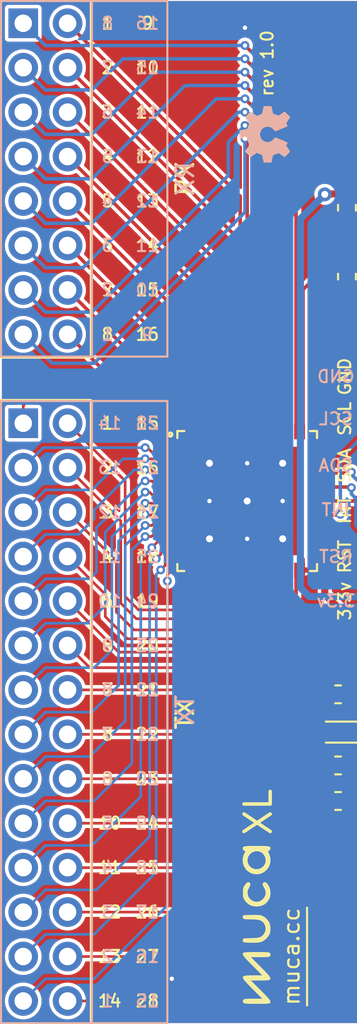
<source format=kicad_pcb>
(kicad_pcb (version 20171130) (host pcbnew "(5.1.5)-3")
  (layers (0 F.Cu signal hide) (31 B.Cu signal hide) (34 B.Paste user hide) (35 F.Paste user hide) (36 B.SilkS user) (37 F.SilkS user) (38 B.Mask user hide) (39 F.Mask user hide) (44 Edge.Cuts user hide))
  (net 0 "")
  (net 1 GND)
  (net 2 "Net-(C1-Pad1)")
  (net 3 "Net-(C2-Pad1)")
  (net 4 "Net-(C3-Pad2)")
  (net 5 3.3)
  (net 6 SCL)
  (net 7 SDA)
  (net 8 INT)
  (net 9 RST)
  (net 10 TX27)
  (net 11 TX28)
  (net 12 VDAA)
  (net 13 TX1)
  (net 14 TX15)
  (net 15 TX2)
  (net 16 TX16)
  (net 17 TX3)
  (net 18 TX17)
  (net 19 TX4)
  (net 20 TX18)
  (net 21 TX5)
  (net 22 TX19)
  (net 23 TX6)
  (net 24 TX20)
  (net 25 TX7)
  (net 26 TX21)
  (net 27 TX8)
  (net 28 TX22)
  (net 29 TX9)
  (net 30 TX23)
  (net 31 TX10)
  (net 32 TX24)
  (net 33 TX11)
  (net 34 TX25)
  (net 35 TX12)
  (net 36 TX26)
  (net 37 TX13)
  (net 38 TX14)
  (net 39 RX16)
  (net 40 RX8)
  (net 41 RX15)
  (net 42 RX7)
  (net 43 RX14)
  (net 44 RX6)
  (net 45 RX13)
  (net 46 RX5)
  (net 47 RX12)
  (net 48 RX4)
  (net 49 RX11)
  (net 50 RX3)
  (net 51 RX10)
  (net 52 RX2)
  (net 53 RX9)
  (net 54 RX1)
  (module graphics:openhardware (layer B.Cu) (at 115.316 108.458 270)
    (fp_text reference "" hide)
    (fp_text value "" hide)
  )
  (module graphics:openhardware (layer F.Cu) (at 115.316 108.458 90)
    (fp_text reference "" hide)
    (fp_text value "" hide)
  )
  (module graphics:muca_logo_small (layer F.Cu) (at 114.808 153.67 90)
    (fp_text reference " " hide)
    (fp_text value " " hide)
  )
  (module Connector_PinHeader_2.54mm:PinHeader_1x06_P2.54mm_Vertical (layer F.Cu) (at 121.793 122.301)
    (fp_text reference " " (at 0 -2.33) (layer F.SilkS))
    (fp_text value Conn_01x06)
    (pad 6 thru_hole oval (at 0 12.7) (size 1.7 1.7) (drill 1) (layers *.Cu *.Mask) (net 5 3.3))
    (pad 5 thru_hole oval (at 0 10.16) (size 1.7 1.7) (drill 1) (layers *.Cu *.Mask) (net 9 RST))
    (pad 4 thru_hole oval (at 0 7.62) (size 1.7 1.7) (drill 1) (layers *.Cu *.Mask) (net 8 INT))
    (pad 3 thru_hole oval (at 0 5.08) (size 1.7 1.7) (drill 1) (layers *.Cu *.Mask) (net 7 SDA))
    (pad 2 thru_hole oval (at 0 2.54) (size 1.7 1.7) (drill 1) (layers *.Cu *.Mask) (net 6 SCL))
    (pad 1 thru_hole rect (at 0 0) (size 1.7 1.7) (drill 1) (layers *.Cu *.Mask) (net 1 GND))
  )
  (module FocalTech:QFN40P800X800X90-69N (layer F.Cu) (at 114.3 129.413)
    (fp_text reference " " (at -0.827265 -5.349585) (layer F.SilkS) (effects (font (size 1.002732 1.002732) (thickness 0.015))))
    (fp_text value FT5406EE8)
    (pad 69 smd rect (at 0 0) (size 6.2 6.2) (layers F.Cu F.Mask) (net 1 GND))
    (pad 68 smd rect (at -3.2 -3.945) (size 0.22 0.84) (layers F.Cu F.Paste F.Mask) (net 39 RX16))
    (pad 67 smd rect (at -2.8 -3.945) (size 0.22 0.84) (layers F.Cu F.Paste F.Mask) (net 41 RX15))
    (pad 66 smd rect (at -2.4 -3.945) (size 0.22 0.84) (layers F.Cu F.Paste F.Mask) (net 43 RX14))
    (pad 65 smd rect (at -2 -3.945) (size 0.22 0.84) (layers F.Cu F.Paste F.Mask) (net 45 RX13))
    (pad 64 smd rect (at -1.6 -3.945) (size 0.22 0.84) (layers F.Cu F.Paste F.Mask) (net 47 RX12))
    (pad 63 smd rect (at -1.2 -3.945) (size 0.22 0.84) (layers F.Cu F.Paste F.Mask) (net 49 RX11))
    (pad 62 smd rect (at -0.8 -3.945) (size 0.22 0.84) (layers F.Cu F.Paste F.Mask) (net 51 RX10))
    (pad 61 smd rect (at -0.4 -3.945) (size 0.22 0.84) (layers F.Cu F.Paste F.Mask) (net 53 RX9))
    (pad 60 smd rect (at 0 -3.945) (size 0.22 0.84) (layers F.Cu F.Paste F.Mask) (net 40 RX8))
    (pad 59 smd rect (at 0.4 -3.945) (size 0.22 0.84) (layers F.Cu F.Paste F.Mask) (net 42 RX7))
    (pad 58 smd rect (at 0.8 -3.945) (size 0.22 0.84) (layers F.Cu F.Paste F.Mask) (net 44 RX6))
    (pad 57 smd rect (at 1.2 -3.945) (size 0.22 0.84) (layers F.Cu F.Paste F.Mask) (net 46 RX5))
    (pad 56 smd rect (at 1.6 -3.945) (size 0.22 0.84) (layers F.Cu F.Paste F.Mask) (net 48 RX4))
    (pad 55 smd rect (at 2 -3.945) (size 0.22 0.84) (layers F.Cu F.Paste F.Mask) (net 50 RX3))
    (pad 54 smd rect (at 2.4 -3.945) (size 0.22 0.84) (layers F.Cu F.Paste F.Mask) (net 52 RX2))
    (pad 53 smd rect (at 2.8 -3.945) (size 0.22 0.84) (layers F.Cu F.Paste F.Mask) (net 54 RX1))
    (pad 52 smd rect (at 3.2 -3.945) (size 0.22 0.84) (layers F.Cu F.Paste F.Mask) (net 12 VDAA))
    (pad 51 smd rect (at 3.945 -3.2) (size 0.84 0.22) (layers F.Cu F.Paste F.Mask))
    (pad 50 smd rect (at 3.945 -2.8) (size 0.84 0.22) (layers F.Cu F.Paste F.Mask))
    (pad 49 smd rect (at 3.945 -2.4) (size 0.84 0.22) (layers F.Cu F.Paste F.Mask))
    (pad 48 smd rect (at 3.945 -2) (size 0.84 0.22) (layers F.Cu F.Paste F.Mask))
    (pad 47 smd rect (at 3.945 -1.6) (size 0.84 0.22) (layers F.Cu F.Paste F.Mask) (net 8 INT))
    (pad 46 smd rect (at 3.945 -1.2) (size 0.84 0.22) (layers F.Cu F.Paste F.Mask))
    (pad 45 smd rect (at 3.945 -0.8) (size 0.84 0.22) (layers F.Cu F.Paste F.Mask) (net 9 RST))
    (pad 44 smd rect (at 3.945 -0.4) (size 0.84 0.22) (layers F.Cu F.Paste F.Mask))
    (pad 43 smd rect (at 3.945 0) (size 0.84 0.22) (layers F.Cu F.Paste F.Mask) (net 7 SDA))
    (pad 42 smd rect (at 3.945 0.4) (size 0.84 0.22) (layers F.Cu F.Paste F.Mask))
    (pad 41 smd rect (at 3.945 0.8) (size 0.84 0.22) (layers F.Cu F.Paste F.Mask) (net 6 SCL))
    (pad 40 smd rect (at 3.945 1.2) (size 0.84 0.22) (layers F.Cu F.Paste F.Mask))
    (pad 39 smd rect (at 3.945 1.6) (size 0.84 0.22) (layers F.Cu F.Paste F.Mask))
    (pad 38 smd rect (at 3.945 2) (size 0.84 0.22) (layers F.Cu F.Paste F.Mask))
    (pad 37 smd rect (at 3.945 2.4) (size 0.84 0.22) (layers F.Cu F.Paste F.Mask))
    (pad 36 smd rect (at 3.945 2.8) (size 0.84 0.22) (layers F.Cu F.Paste F.Mask))
    (pad 35 smd rect (at 3.945 3.2) (size 0.84 0.22) (layers F.Cu F.Paste F.Mask) (net 4 "Net-(C3-Pad2)"))
    (pad 34 smd rect (at 3.2 3.945) (size 0.22 0.84) (layers F.Cu F.Paste F.Mask) (net 1 GND))
    (pad 33 smd rect (at 2.8 3.945) (size 0.22 0.84) (layers F.Cu F.Paste F.Mask) (net 3 "Net-(C2-Pad1)"))
    (pad 32 smd rect (at 2.4 3.945) (size 0.22 0.84) (layers F.Cu F.Paste F.Mask) (net 2 "Net-(C1-Pad1)"))
    (pad 31 smd rect (at 2 3.945) (size 0.22 0.84) (layers F.Cu F.Paste F.Mask) (net 13 TX1))
    (pad 30 smd rect (at 1.6 3.945) (size 0.22 0.84) (layers F.Cu F.Paste F.Mask) (net 15 TX2))
    (pad 29 smd rect (at 1.2 3.945) (size 0.22 0.84) (layers F.Cu F.Paste F.Mask) (net 17 TX3))
    (pad 28 smd rect (at 0.8 3.945) (size 0.22 0.84) (layers F.Cu F.Paste F.Mask) (net 19 TX4))
    (pad 27 smd rect (at 0.4 3.945) (size 0.22 0.84) (layers F.Cu F.Paste F.Mask) (net 21 TX5))
    (pad 26 smd rect (at 0 3.945) (size 0.22 0.84) (layers F.Cu F.Paste F.Mask) (net 23 TX6))
    (pad 25 smd rect (at -0.4 3.945) (size 0.22 0.84) (layers F.Cu F.Paste F.Mask) (net 25 TX7))
    (pad 24 smd rect (at -0.8 3.945) (size 0.22 0.84) (layers F.Cu F.Paste F.Mask) (net 27 TX8))
    (pad 23 smd rect (at -1.2 3.945) (size 0.22 0.84) (layers F.Cu F.Paste F.Mask) (net 29 TX9))
    (pad 22 smd rect (at -1.6 3.945) (size 0.22 0.84) (layers F.Cu F.Paste F.Mask) (net 31 TX10))
    (pad 21 smd rect (at -2 3.945) (size 0.22 0.84) (layers F.Cu F.Paste F.Mask) (net 33 TX11))
    (pad 20 smd rect (at -2.4 3.945) (size 0.22 0.84) (layers F.Cu F.Paste F.Mask) (net 35 TX12))
    (pad 19 smd rect (at -2.8 3.945) (size 0.22 0.84) (layers F.Cu F.Paste F.Mask) (net 37 TX13))
    (pad 18 smd rect (at -3.2 3.945) (size 0.22 0.84) (layers F.Cu F.Paste F.Mask) (net 38 TX14))
    (pad 17 smd rect (at -3.945 3.2) (size 0.84 0.22) (layers F.Cu F.Paste F.Mask) (net 14 TX15))
    (pad 16 smd rect (at -3.945 2.8) (size 0.84 0.22) (layers F.Cu F.Paste F.Mask) (net 16 TX16))
    (pad 15 smd rect (at -3.945 2.4) (size 0.84 0.22) (layers F.Cu F.Paste F.Mask) (net 18 TX17))
    (pad 14 smd rect (at -3.945 2) (size 0.84 0.22) (layers F.Cu F.Paste F.Mask) (net 20 TX18))
    (pad 13 smd rect (at -3.945 1.6) (size 0.84 0.22) (layers F.Cu F.Paste F.Mask) (net 22 TX19))
    (pad 12 smd rect (at -3.945 1.2) (size 0.84 0.22) (layers F.Cu F.Paste F.Mask) (net 24 TX20))
    (pad 11 smd rect (at -3.945 0.8) (size 0.84 0.22) (layers F.Cu F.Paste F.Mask) (net 26 TX21))
    (pad 10 smd rect (at -3.945 0.4) (size 0.84 0.22) (layers F.Cu F.Paste F.Mask) (net 28 TX22))
    (pad 9 smd rect (at -3.945 0) (size 0.84 0.22) (layers F.Cu F.Paste F.Mask) (net 30 TX23))
    (pad 8 smd rect (at -3.945 -0.4) (size 0.84 0.22) (layers F.Cu F.Paste F.Mask) (net 32 TX24))
    (pad 7 smd rect (at -3.945 -0.8) (size 0.84 0.22) (layers F.Cu F.Paste F.Mask) (net 34 TX25))
    (pad 6 smd rect (at -3.945 -1.2) (size 0.84 0.22) (layers F.Cu F.Paste F.Mask) (net 36 TX26))
    (pad 5 smd rect (at -3.945 -1.6) (size 0.84 0.22) (layers F.Cu F.Paste F.Mask) (net 10 TX27))
    (pad 4 smd rect (at -3.945 -2) (size 0.84 0.22) (layers F.Cu F.Paste F.Mask) (net 11 TX28))
    (pad 3 smd rect (at -3.945 -2.4) (size 0.84 0.22) (layers F.Cu F.Paste F.Mask))
    (pad 2 smd rect (at -3.945 -2.8) (size 0.84 0.22) (layers F.Cu F.Paste F.Mask))
    (pad 1 smd rect (at -3.945 -3.2) (size 0.84 0.22) (layers F.Cu F.Paste F.Mask) (net 1 GND))
  )
  (module Connector_PinSocket_2.54mm:PinSocket_2x14_P2.54mm_Vertical (layer F.Cu) (at 105.283 124.968)
    (fp_text reference " " hide)
    (fp_text value Conn_02x14_Odd_Even)
    (pad 28 thru_hole oval (at -1.27 33.02) (size 1.7 1.7) (drill 1) (layers *.Cu *.Mask) (net 13 TX1))
    (pad 27 thru_hole oval (at -3.81 33.02) (size 1.7 1.7) (drill 1) (layers *.Cu *.Mask) (net 14 TX15))
    (pad 26 thru_hole oval (at -1.27 30.48) (size 1.7 1.7) (drill 1) (layers *.Cu *.Mask) (net 15 TX2))
    (pad 25 thru_hole oval (at -3.81 30.48) (size 1.7 1.7) (drill 1) (layers *.Cu *.Mask) (net 16 TX16))
    (pad 24 thru_hole oval (at -1.27 27.94) (size 1.7 1.7) (drill 1) (layers *.Cu *.Mask) (net 17 TX3))
    (pad 23 thru_hole oval (at -3.81 27.94) (size 1.7 1.7) (drill 1) (layers *.Cu *.Mask) (net 18 TX17))
    (pad 22 thru_hole oval (at -1.27 25.4) (size 1.7 1.7) (drill 1) (layers *.Cu *.Mask) (net 19 TX4))
    (pad 21 thru_hole oval (at -3.81 25.4) (size 1.7 1.7) (drill 1) (layers *.Cu *.Mask) (net 20 TX18))
    (pad 20 thru_hole oval (at -1.27 22.86) (size 1.7 1.7) (drill 1) (layers *.Cu *.Mask) (net 21 TX5))
    (pad 19 thru_hole oval (at -3.81 22.86) (size 1.7 1.7) (drill 1) (layers *.Cu *.Mask) (net 22 TX19))
    (pad 18 thru_hole oval (at -1.27 20.32) (size 1.7 1.7) (drill 1) (layers *.Cu *.Mask) (net 23 TX6))
    (pad 17 thru_hole oval (at -3.81 20.32) (size 1.7 1.7) (drill 1) (layers *.Cu *.Mask) (net 24 TX20))
    (pad 16 thru_hole oval (at -1.27 17.78) (size 1.7 1.7) (drill 1) (layers *.Cu *.Mask) (net 25 TX7))
    (pad 15 thru_hole oval (at -3.81 17.78) (size 1.7 1.7) (drill 1) (layers *.Cu *.Mask) (net 26 TX21))
    (pad 14 thru_hole oval (at -1.27 15.24) (size 1.7 1.7) (drill 1) (layers *.Cu *.Mask) (net 27 TX8))
    (pad 13 thru_hole oval (at -3.81 15.24) (size 1.7 1.7) (drill 1) (layers *.Cu *.Mask) (net 28 TX22))
    (pad 12 thru_hole oval (at -1.27 12.7) (size 1.7 1.7) (drill 1) (layers *.Cu *.Mask) (net 29 TX9))
    (pad 11 thru_hole oval (at -3.81 12.7) (size 1.7 1.7) (drill 1) (layers *.Cu *.Mask) (net 30 TX23))
    (pad 10 thru_hole oval (at -1.27 10.16) (size 1.7 1.7) (drill 1) (layers *.Cu *.Mask) (net 31 TX10))
    (pad 9 thru_hole oval (at -3.81 10.16) (size 1.7 1.7) (drill 1) (layers *.Cu *.Mask) (net 32 TX24))
    (pad 8 thru_hole oval (at -1.27 7.62) (size 1.7 1.7) (drill 1) (layers *.Cu *.Mask) (net 33 TX11))
    (pad 7 thru_hole oval (at -3.81 7.62) (size 1.7 1.7) (drill 1) (layers *.Cu *.Mask) (net 34 TX25))
    (pad 6 thru_hole oval (at -1.27 5.08) (size 1.7 1.7) (drill 1) (layers *.Cu *.Mask) (net 35 TX12))
    (pad 5 thru_hole oval (at -3.81 5.08) (size 1.7 1.7) (drill 1) (layers *.Cu *.Mask) (net 36 TX26))
    (pad 4 thru_hole oval (at -1.27 2.54) (size 1.7 1.7) (drill 1) (layers *.Cu *.Mask) (net 37 TX13))
    (pad 3 thru_hole oval (at -3.81 2.54) (size 1.7 1.7) (drill 1) (layers *.Cu *.Mask) (net 10 TX27))
    (pad 2 thru_hole oval (at -1.27 0) (size 1.7 1.7) (drill 1) (layers *.Cu *.Mask) (net 38 TX14))
    (pad 1 thru_hole rect (at -3.81 0) (size 1.7 1.7) (drill 1) (layers *.Cu *.Mask) (net 11 TX28))
  )
  (module Connector_PinSocket_2.54mm:PinSocket_2x08_P2.54mm_Vertical (layer F.Cu) (at 102.743 102.108)
    (fp_text reference " " (at 0 -2.77) (layer F.SilkS))
    (fp_text value Conn_02x08_Odd_Even)
    (pad 16 thru_hole oval (at 1.27 17.78) (size 1.7 1.7) (drill 1) (layers *.Cu *.Mask) (net 39 RX16))
    (pad 15 thru_hole oval (at -1.27 17.78) (size 1.7 1.7) (drill 1) (layers *.Cu *.Mask) (net 40 RX8))
    (pad 14 thru_hole oval (at 1.27 15.24) (size 1.7 1.7) (drill 1) (layers *.Cu *.Mask) (net 41 RX15))
    (pad 13 thru_hole oval (at -1.27 15.24) (size 1.7 1.7) (drill 1) (layers *.Cu *.Mask) (net 42 RX7))
    (pad 12 thru_hole oval (at 1.27 12.7) (size 1.7 1.7) (drill 1) (layers *.Cu *.Mask) (net 43 RX14))
    (pad 11 thru_hole oval (at -1.27 12.7) (size 1.7 1.7) (drill 1) (layers *.Cu *.Mask) (net 44 RX6))
    (pad 10 thru_hole oval (at 1.27 10.16) (size 1.7 1.7) (drill 1) (layers *.Cu *.Mask) (net 45 RX13))
    (pad 9 thru_hole oval (at -1.27 10.16) (size 1.7 1.7) (drill 1) (layers *.Cu *.Mask) (net 46 RX5))
    (pad 8 thru_hole oval (at 1.27 7.62) (size 1.7 1.7) (drill 1) (layers *.Cu *.Mask) (net 47 RX12))
    (pad 7 thru_hole oval (at -1.27 7.62) (size 1.7 1.7) (drill 1) (layers *.Cu *.Mask) (net 48 RX4))
    (pad 6 thru_hole oval (at 1.27 5.08) (size 1.7 1.7) (drill 1) (layers *.Cu *.Mask) (net 49 RX11))
    (pad 5 thru_hole oval (at -1.27 5.08) (size 1.7 1.7) (drill 1) (layers *.Cu *.Mask) (net 50 RX3))
    (pad 4 thru_hole oval (at 1.27 2.54) (size 1.7 1.7) (drill 1) (layers *.Cu *.Mask) (net 51 RX10))
    (pad 3 thru_hole oval (at -1.27 2.54) (size 1.7 1.7) (drill 1) (layers *.Cu *.Mask) (net 52 RX2))
    (pad 2 thru_hole oval (at 1.27 0) (size 1.7 1.7) (drill 1) (layers *.Cu *.Mask) (net 53 RX9))
    (pad 1 thru_hole rect (at -1.27 0) (size 1.7 1.7) (drill 1) (layers *.Cu *.Mask) (net 54 RX1))
  )
  (module Capacitor_SMD:C_0603_1608Metric (layer F.Cu) (at 119.507 146.558)
    (fp_text reference C1 (at 2.032 0 90) (layer F.SilkS) (effects (font (size 0.7 0.7) (thickness 0.12))))
    (fp_text value C)
    (pad 1 smd roundrect (at -0.7875 0) (size 0.875 0.95) (layers F.Cu F.Paste F.Mask) (net 2 "Net-(C1-Pad1)"))
    (pad 2 smd roundrect (at 0.7875 0) (size 0.875 0.95) (layers F.Cu F.Paste F.Mask) (net 1 GND))
  )
  (module Capacitor_SMD:C_0603_1608Metric (layer F.Cu) (at 119.507 144.526)
    (fp_text reference C2 (at 2.032 0 90) (layer F.SilkS) (effects (font (size 0.7 0.7) (thickness 0.12))))
    (fp_text value C)
    (pad 2 smd roundrect (at 0.7875 0) (size 0.875 0.95) (layers F.Cu F.Paste F.Mask) (net 1 GND))
    (pad 1 smd roundrect (at -0.7875 0) (size 0.875 0.95) (layers F.Cu F.Paste F.Mask) (net 3 "Net-(C2-Pad1)"))
  )
  (module Capacitor_SMD:C_0603_1608Metric (layer F.Cu) (at 119.507 140.462)
    (fp_text reference C3 (at 2.032 0 90) (layer F.SilkS) (effects (font (size 0.7 0.7) (thickness 0.12))))
    (fp_text value C)
    (pad 2 smd roundrect (at 0.7875 0) (size 0.875 0.95) (layers F.Cu F.Paste F.Mask) (net 4 "Net-(C3-Pad2)"))
    (pad 1 smd roundrect (at -0.7875 0) (size 0.875 0.95) (layers F.Cu F.Paste F.Mask) (net 1 GND))
  )
  (module Capacitor_SMD:C_0603_1608Metric (layer F.Cu) (at 120.015 116.586 270)
    (fp_text reference C4 (at 0 -1.397 90) (layer F.SilkS) (effects (font (size 0.8 0.8))))
    (fp_text value C)
    (pad 1 smd roundrect (at -0.7875 0 270) (size 0.875 0.95) (layers F.Cu F.Paste F.Mask) (net 12 VDAA))
    (pad 2 smd roundrect (at 0.7875 0 270) (size 0.875 0.95) (layers F.Cu F.Paste F.Mask) (net 1 GND))
  )
  (module Diode_SMD:D_SOD-523 (layer F.Cu) (at 119.507 142.621 180)
    (fp_text reference D1 (at -1.905 0.127 90) (layer F.SilkS) (effects (font (size 0.7 0.7) (thickness 0.12))))
    (fp_text value D_Zener)
    (pad 2 smd rect (at 0.7 0) (size 0.6 0.7) (layers F.Cu F.Paste F.Mask) (net 1 GND))
    (pad 1 smd rect (at -0.7 0) (size 0.6 0.7) (layers F.Cu F.Paste F.Mask) (net 5 3.3))
  )
  (module Resistor_SMD:R_0603_1608Metric (layer F.Cu) (at 120.015 112.649 90)
    (fp_text reference R1 (at 0 1.397 90) (layer F.SilkS) (effects (font (size 0.8 0.8))))
    (fp_text value R)
    (pad 1 smd roundrect (at -0.7875 0 90) (size 0.875 0.95) (layers F.Cu F.Paste F.Mask) (net 12 VDAA))
    (pad 2 smd roundrect (at 0.7875 0 90) (size 0.875 0.95) (layers F.Cu F.Paste F.Mask) (net 5 3.3))
  )
  (gr_line (start 100.203 123.698) (end 105.41 123.698) (layer B.SilkS) (width 0.12))
  (gr_line (start 100.203 159.258) (end 100.203 123.698) (layer B.SilkS) (width 0.12))
  (gr_line (start 105.41 159.258) (end 100.203 159.258) (layer B.SilkS) (width 0.12))
  (gr_line (start 105.41 123.698) (end 105.41 159.258) (layer B.SilkS) (width 0.12))
  (gr_line (start 105.41 100.838) (end 105.41 121.158) (layer B.SilkS) (width 0.12))
  (gr_line (start 100.203 100.838) (end 105.41 100.838) (layer B.SilkS) (width 0.12))
  (gr_line (start 100.203 121.158) (end 100.203 100.838) (layer B.SilkS) (width 0.12))
  (gr_line (start 105.41 121.158) (end 100.203 121.158) (layer B.SilkS) (width 0.12))
  (gr_text 26 (at 108.585 130.048) (layer B.SilkS) (effects (font (size 0.7 0.7) (thickness 0.12)) (justify mirror)))
  (gr_text 19 (at 108.585 147.828) (layer B.SilkS) (effects (font (size 0.7 0.7) (thickness 0.12)) (justify mirror)))
  (gr_text 23 (at 108.585 137.668) (layer B.SilkS) (effects (font (size 0.7 0.7) (thickness 0.12)) (justify mirror)))
  (gr_text 25 (at 108.585 132.588) (layer B.SilkS) (effects (font (size 0.7 0.7) (thickness 0.12)) (justify mirror)))
  (gr_text TX (at 110.744 141.351 90) (layer B.SilkS) (effects (font (size 1 1)) (justify mirror)))
  (gr_text 8 (at 106.299 140.208) (layer B.SilkS) (effects (font (size 0.7 0.7) (thickness 0.12)) (justify mirror)))
  (gr_text "28\n" (at 108.585 124.968) (layer B.SilkS) (effects (font (size 0.7 0.7) (thickness 0.12)) (justify mirror)))
  (gr_text 3 (at 106.299 152.908) (layer B.SilkS) (effects (font (size 0.7 0.7) (thickness 0.12)) (justify mirror)))
  (gr_text 20 (at 108.585 145.288) (layer B.SilkS) (effects (font (size 0.7 0.7) (thickness 0.12)) (justify mirror)))
  (gr_text 1 (at 106.299 157.988) (layer B.SilkS) (effects (font (size 0.7 0.7) (thickness 0.12)) (justify mirror)))
  (gr_text 5 (at 106.299 147.828) (layer B.SilkS) (effects (font (size 0.7 0.7) (thickness 0.12)) (justify mirror)))
  (gr_text 21 (at 108.585 142.748) (layer B.SilkS) (effects (font (size 0.7 0.7) (thickness 0.12)) (justify mirror)))
  (gr_text 11 (at 106.426 132.588) (layer B.SilkS) (effects (font (size 0.7 0.7) (thickness 0.12)) (justify mirror)))
  (gr_text 4 (at 106.299 150.368) (layer B.SilkS) (effects (font (size 0.7 0.7) (thickness 0.12)) (justify mirror)))
  (gr_text 9 (at 106.299 137.668) (layer B.SilkS) (effects (font (size 0.7 0.7) (thickness 0.12)) (justify mirror)))
  (gr_text 15 (at 108.585 157.988) (layer B.SilkS) (effects (font (size 0.7 0.7) (thickness 0.12)) (justify mirror)))
  (gr_text 12 (at 106.426 130.048) (layer B.SilkS) (effects (font (size 0.7 0.7) (thickness 0.12)) (justify mirror)))
  (gr_text 2 (at 106.299 155.448) (layer B.SilkS) (effects (font (size 0.7 0.7) (thickness 0.12)) (justify mirror)))
  (gr_text 16 (at 108.585 155.448) (layer B.SilkS) (effects (font (size 0.7 0.7) (thickness 0.12)) (justify mirror)))
  (gr_text 17 (at 108.585 152.908) (layer B.SilkS) (effects (font (size 0.7 0.7) (thickness 0.12)) (justify mirror)))
  (gr_text 18 (at 108.585 150.368) (layer B.SilkS) (effects (font (size 0.7 0.7) (thickness 0.12)) (justify mirror)))
  (gr_text 27 (at 108.585 127.508) (layer B.SilkS) (effects (font (size 0.7 0.7) (thickness 0.12)) (justify mirror)))
  (gr_text 10 (at 106.426 135.128) (layer B.SilkS) (effects (font (size 0.7 0.7) (thickness 0.12)) (justify mirror)))
  (gr_text 13 (at 106.426 127.508) (layer B.SilkS) (effects (font (size 0.7 0.7) (thickness 0.12)) (justify mirror)))
  (gr_text 14 (at 106.426 124.968) (layer B.SilkS) (effects (font (size 0.7 0.7) (thickness 0.12)) (justify mirror)))
  (gr_text 22 (at 108.585 140.208) (layer B.SilkS) (effects (font (size 0.7 0.7) (thickness 0.12)) (justify mirror)))
  (gr_text 24 (at 108.585 135.128) (layer B.SilkS) (effects (font (size 0.7 0.7) (thickness 0.12)) (justify mirror)))
  (gr_text 6 (at 106.299 145.288) (layer B.SilkS) (effects (font (size 0.7 0.7) (thickness 0.12)) (justify mirror)))
  (gr_text 7 (at 106.299 142.748) (layer B.SilkS) (effects (font (size 0.7 0.7) (thickness 0.12)) (justify mirror)))
  (gr_line (start 109.728 159.258) (end 109.728 123.698) (layer B.SilkS) (width 0.12))
  (gr_line (start 109.728 123.698) (end 105.41 123.698) (layer B.SilkS) (width 0.12))
  (gr_line (start 105.41 159.258) (end 109.728 159.258) (layer B.SilkS) (width 0.12))
  (gr_text "16\n" (at 108.585 102.108) (layer B.SilkS) (effects (font (size 0.7 0.7) (thickness 0.12)) (justify mirror)))
  (gr_text RX (at 110.744 110.998 90) (layer B.SilkS) (effects (font (size 1 1)) (justify mirror)))
  (gr_text 6 (at 106.299 107.188) (layer B.SilkS) (effects (font (size 0.7 0.7) (thickness 0.12)) (justify mirror)))
  (gr_text 14 (at 108.585 107.188) (layer B.SilkS) (effects (font (size 0.7 0.7) (thickness 0.12)) (justify mirror)))
  (gr_text 2 (at 106.299 117.348) (layer B.SilkS) (effects (font (size 0.7 0.7) (thickness 0.12)) (justify mirror)))
  (gr_text 10 (at 108.585 117.348) (layer B.SilkS) (effects (font (size 0.7 0.7) (thickness 0.12)) (justify mirror)))
  (gr_text 5 (at 106.299 109.728) (layer B.SilkS) (effects (font (size 0.7 0.7) (thickness 0.12)) (justify mirror)))
  (gr_text 11 (at 108.585 114.808) (layer B.SilkS) (effects (font (size 0.7 0.7) (thickness 0.12)) (justify mirror)))
  (gr_text 3 (at 106.299 114.808) (layer B.SilkS) (effects (font (size 0.7 0.7) (thickness 0.12)) (justify mirror)))
  (gr_text 4 (at 106.299 112.268) (layer B.SilkS) (effects (font (size 0.7 0.7) (thickness 0.12)) (justify mirror)))
  (gr_text 1 (at 106.299 119.888) (layer B.SilkS) (effects (font (size 0.7 0.7) (thickness 0.12)) (justify mirror)))
  (gr_text 9 (at 108.585 119.888) (layer B.SilkS) (effects (font (size 0.7 0.7) (thickness 0.12)) (justify mirror)))
  (gr_text 8 (at 106.299 102.108) (layer B.SilkS) (effects (font (size 0.7 0.7) (thickness 0.12)) (justify mirror)))
  (gr_text 13 (at 108.585 109.728) (layer B.SilkS) (effects (font (size 0.7 0.7) (thickness 0.12)) (justify mirror)))
  (gr_text 7 (at 106.299 104.648) (layer B.SilkS) (effects (font (size 0.7 0.7) (thickness 0.12)) (justify mirror)))
  (gr_text 12 (at 108.585 112.268) (layer B.SilkS) (effects (font (size 0.7 0.7) (thickness 0.12)) (justify mirror)))
  (gr_text 15 (at 108.585 104.648) (layer B.SilkS) (effects (font (size 0.7 0.7) (thickness 0.12)) (justify mirror)))
  (gr_line (start 109.728 121.158) (end 109.728 100.838) (layer B.SilkS) (width 0.12))
  (gr_line (start 105.41 121.158) (end 109.728 121.158) (layer B.SilkS) (width 0.12))
  (gr_line (start 109.728 100.838) (end 105.41 100.838) (layer B.SilkS) (width 0.12))
  (gr_text "rev 1.0" (at 115.443 104.394 90) (layer F.SilkS) (effects (font (size 0.7 0.7) (thickness 0.12))))
  (gr_text TX (at 110.744 141.605 90) (layer F.SilkS) (effects (font (size 1 1))))
  (gr_text RX (at 110.744 110.998 90) (layer F.SilkS) (effects (font (size 1 1))))
  (gr_text "XL\n" (at 114.935 147.193 90) (layer F.SilkS) (effects (font (size 1.5 1.5) (thickness 0.2))))
  (gr_line (start 117.729 152.654) (end 117.729 158.242) (layer F.SilkS) (width 0.12))
  (gr_text muca.cc (at 116.84 155.448 90) (layer F.SilkS) (effects (font (size 0.9 0.9) (thickness 0.13))))
  (gr_text "28\n" (at 108.585 157.988) (layer F.SilkS) (effects (font (size 0.7 0.7) (thickness 0.12))))
  (gr_text 14 (at 106.426 157.988) (layer F.SilkS) (effects (font (size 0.7 0.7) (thickness 0.12))))
  (gr_text 27 (at 108.585 155.448) (layer F.SilkS) (effects (font (size 0.7 0.7) (thickness 0.12))))
  (gr_text 13 (at 106.426 155.448) (layer F.SilkS) (effects (font (size 0.7 0.7) (thickness 0.12))))
  (gr_text 26 (at 108.585 152.908) (layer F.SilkS) (effects (font (size 0.7 0.7) (thickness 0.12))))
  (gr_text 12 (at 106.426 152.908) (layer F.SilkS) (effects (font (size 0.7 0.7) (thickness 0.12))))
  (gr_text 25 (at 108.585 150.368) (layer F.SilkS) (effects (font (size 0.7 0.7) (thickness 0.12))))
  (gr_text 11 (at 106.426 150.368) (layer F.SilkS) (effects (font (size 0.7 0.7) (thickness 0.12))))
  (gr_text 24 (at 108.585 147.828) (layer F.SilkS) (effects (font (size 0.7 0.7) (thickness 0.12))))
  (gr_text 10 (at 106.426 147.828) (layer F.SilkS) (effects (font (size 0.7 0.7) (thickness 0.12))))
  (gr_text 23 (at 108.585 145.288) (layer F.SilkS) (effects (font (size 0.7 0.7) (thickness 0.12))))
  (gr_text 9 (at 106.299 145.288) (layer F.SilkS) (effects (font (size 0.7 0.7) (thickness 0.12))))
  (gr_text 22 (at 108.585 142.748) (layer F.SilkS) (effects (font (size 0.7 0.7) (thickness 0.12))))
  (gr_text 8 (at 106.299 142.748) (layer F.SilkS) (effects (font (size 0.7 0.7) (thickness 0.12))))
  (gr_text 21 (at 108.585 140.208) (layer F.SilkS) (effects (font (size 0.7 0.7) (thickness 0.12))))
  (gr_text 7 (at 106.299 140.208) (layer F.SilkS) (effects (font (size 0.7 0.7) (thickness 0.12))))
  (gr_text 20 (at 108.585 137.668) (layer F.SilkS) (effects (font (size 0.7 0.7) (thickness 0.12))))
  (gr_text 6 (at 106.299 137.668) (layer F.SilkS) (effects (font (size 0.7 0.7) (thickness 0.12))))
  (gr_text 19 (at 108.585 135.128) (layer F.SilkS) (effects (font (size 0.7 0.7) (thickness 0.12))))
  (gr_text 5 (at 106.299 135.128) (layer F.SilkS) (effects (font (size 0.7 0.7) (thickness 0.12))))
  (gr_text 18 (at 108.585 132.588) (layer F.SilkS) (effects (font (size 0.7 0.7) (thickness 0.12))))
  (gr_text 4 (at 106.299 132.588) (layer F.SilkS) (effects (font (size 0.7 0.7) (thickness 0.12))))
  (gr_text 17 (at 108.585 130.048) (layer F.SilkS) (effects (font (size 0.7 0.7) (thickness 0.12))))
  (gr_text 3 (at 106.299 130.048) (layer F.SilkS) (effects (font (size 0.7 0.7) (thickness 0.12))))
  (gr_text 16 (at 108.585 127.508) (layer F.SilkS) (effects (font (size 0.7 0.7) (thickness 0.12))))
  (gr_text 2 (at 106.299 127.508) (layer F.SilkS) (effects (font (size 0.7 0.7) (thickness 0.12))))
  (gr_text 15 (at 108.585 124.968) (layer F.SilkS) (effects (font (size 0.7 0.7) (thickness 0.12))))
  (gr_text 1 (at 106.299 124.968) (layer F.SilkS) (effects (font (size 0.7 0.7) (thickness 0.12))))
  (gr_line (start 109.728 159.258) (end 105.41 159.258) (layer F.SilkS) (width 0.12))
  (gr_line (start 109.728 123.698) (end 109.728 159.258) (layer F.SilkS) (width 0.12))
  (gr_line (start 105.41 123.698) (end 109.728 123.698) (layer F.SilkS) (width 0.12))
  (gr_text "16\n" (at 108.585 119.888) (layer F.SilkS) (effects (font (size 0.7 0.7) (thickness 0.12))))
  (gr_text 8 (at 106.299 119.888) (layer F.SilkS) (effects (font (size 0.7 0.7) (thickness 0.12))))
  (gr_text 15 (at 108.585 117.348) (layer F.SilkS) (effects (font (size 0.7 0.7) (thickness 0.12))))
  (gr_text 7 (at 106.299 117.348) (layer F.SilkS) (effects (font (size 0.7 0.7) (thickness 0.12))))
  (gr_text 14 (at 108.585 114.808) (layer F.SilkS) (effects (font (size 0.7 0.7) (thickness 0.12))))
  (gr_text 6 (at 106.299 114.808) (layer F.SilkS) (effects (font (size 0.7 0.7) (thickness 0.12))))
  (gr_text 13 (at 108.585 112.268) (layer F.SilkS) (effects (font (size 0.7 0.7) (thickness 0.12))))
  (gr_text 5 (at 106.299 112.268) (layer F.SilkS) (effects (font (size 0.7 0.7) (thickness 0.12))))
  (gr_text 12 (at 108.585 109.728) (layer F.SilkS) (effects (font (size 0.7 0.7) (thickness 0.12))))
  (gr_text 4 (at 106.299 109.728) (layer F.SilkS) (effects (font (size 0.7 0.7) (thickness 0.12))))
  (gr_text 11 (at 108.585 107.188) (layer F.SilkS) (effects (font (size 0.7 0.7) (thickness 0.12))))
  (gr_text 3 (at 106.299 107.188) (layer F.SilkS) (effects (font (size 0.7 0.7) (thickness 0.12))))
  (gr_text 10 (at 108.585 104.648) (layer F.SilkS) (effects (font (size 0.7 0.7) (thickness 0.12))))
  (gr_text 2 (at 106.299 104.648) (layer F.SilkS) (effects (font (size 0.7 0.7) (thickness 0.12))))
  (gr_text 9 (at 108.585 102.108) (layer F.SilkS) (effects (font (size 0.7 0.7) (thickness 0.12))))
  (gr_text 1 (at 106.299 102.108) (layer F.SilkS) (effects (font (size 0.7 0.7) (thickness 0.12))))
  (gr_line (start 109.728 121.158) (end 105.41 121.158) (layer F.SilkS) (width 0.12))
  (gr_line (start 109.728 100.838) (end 109.728 121.158) (layer F.SilkS) (width 0.12))
  (gr_line (start 105.41 100.838) (end 109.728 100.838) (layer F.SilkS) (width 0.12))
  (gr_text RST (at 119.38 132.588) (layer B.SilkS) (effects (font (size 0.7 0.7) (thickness 0.12)) (justify mirror)))
  (gr_text SCL (at 119.38 124.714) (layer B.SilkS) (effects (font (size 0.7 0.7) (thickness 0.12)) (justify mirror)))
  (gr_text INT (at 119.38 129.921) (layer B.SilkS) (effects (font (size 0.7 0.7) (thickness 0.12)) (justify mirror)))
  (gr_text GND (at 119.38 122.301) (layer B.SilkS) (effects (font (size 0.7 0.7) (thickness 0.12)) (justify mirror)))
  (gr_text SDA (at 119.38 127.381) (layer B.SilkS) (effects (font (size 0.7 0.7) (thickness 0.12)) (justify mirror)))
  (gr_text 3.3v (at 119.38 135.128) (layer B.SilkS) (effects (font (size 0.7 0.7) (thickness 0.12)) (justify mirror)))
  (gr_text GND (at 119.888 122.301 90) (layer F.SilkS) (effects (font (size 0.7 0.7) (thickness 0.12))))
  (gr_text SCL (at 119.888 124.714 90) (layer F.SilkS) (effects (font (size 0.7 0.7) (thickness 0.12))))
  (gr_text SDA (at 119.888 127.381 90) (layer F.SilkS) (effects (font (size 0.7 0.7) (thickness 0.12))))
  (gr_text INT (at 119.888 129.921 90) (layer F.SilkS) (effects (font (size 0.7 0.7) (thickness 0.12))))
  (gr_text 3.3v (at 119.888 135.128 90) (layer F.SilkS) (effects (font (size 0.7 0.7) (thickness 0.12))))
  (gr_text RST (at 119.888 132.588 90) (layer F.SilkS) (effects (font (size 0.7 0.7) (thickness 0.12))))
  (gr_line (start 123.5 100.457) (end 123.5 159.5) (layer Edge.Cuts) (width 0.1))
  (gr_line (start 123.5 159.5) (end 100 159.5) (layer Edge.Cuts) (width 0.1))
  (gr_line (start 100 100.584) (end 100 159.5) (layer Edge.Cuts) (width 0.1))
  (gr_line (start 123.571 100.584) (end 100.076 100.584) (layer Edge.Cuts) (width 0.1))
  (via (at 112.141 129.413) (size 0.508) (drill 0.254) (layers F.Cu B.Cu) (net 1))
  (via (at 114.3 127.254) (size 0.508) (drill 0.254) (layers F.Cu B.Cu) (net 1))
  (via (at 114.3 131.572) (size 0.508) (drill 0.254) (layers F.Cu B.Cu) (net 1))
  (via (at 116.332 129.413) (size 0.508) (drill 0.254) (layers F.Cu B.Cu) (net 1))
  (via (at 116.332 131.572) (size 0.8) (drill 0.4) (layers F.Cu B.Cu) (net 1))
  (via (at 116.332 127.254) (size 0.8) (drill 0.4) (layers F.Cu B.Cu) (net 1))
  (via (at 112.141 131.572) (size 0.8) (drill 0.4) (layers F.Cu B.Cu) (net 1))
  (segment (start 120.2945 144.526) (end 120.2945 146.558) (width 0.41) (layer F.Cu) (net 1))
  (segment (start 118.7195 142.5335) (end 118.807 142.621) (width 0.41) (layer F.Cu) (net 1))
  (segment (start 118.7195 140.462) (end 118.7195 142.5335) (width 0.41) (layer F.Cu) (net 1))
  (segment (start 120.787 122.174) (end 122.047 122.174) (width 0.41) (layer F.Cu) (net 1))
  (segment (start 120.015 121.402) (end 120.787 122.174) (width 0.41) (layer F.Cu) (net 1))
  (segment (start 120.015 117.3735) (end 120.015 121.402) (width 0.41) (layer F.Cu) (net 1))
  (via (at 112.141 127.254) (size 0.8) (drill 0.4) (layers F.Cu B.Cu) (net 1))
  (segment (start 114.808 129.413) (end 114.808 129.413) (width 0.2) (layer F.Cu) (net 1))
  (via (at 114.3 129.413) (size 0.8) (drill 0.4) (layers F.Cu B.Cu) (net 1))
  (segment (start 118.7195 137.4655) (end 118.7195 140.462) (width 0.41) (layer F.Cu) (net 1))
  (segment (start 120.2945 144.051) (end 120.2945 144.526) (width 0.2) (layer F.Cu) (net 1))
  (segment (start 118.807 143.171) (end 118.807 142.621) (width 0.41) (layer F.Cu) (net 1))
  (segment (start 119.273 143.637) (end 118.807 143.171) (width 0.41) (layer F.Cu) (net 1))
  (segment (start 120.2945 144.051) (end 119.8805 143.637) (width 0.41) (layer F.Cu) (net 1))
  (segment (start 119.8805 143.637) (end 119.273 143.637) (width 0.41) (layer F.Cu) (net 1))
  (segment (start 118.7195 137.4655) (end 118.7195 136.2455) (width 0.41) (layer F.Cu) (net 1))
  (segment (start 118.7195 136.2455) (end 117.729 135.255) (width 0.41) (layer F.Cu) (net 1))
  (segment (start 117.729 135.255) (end 117.729 133.858) (width 0.41) (layer F.Cu) (net 1))
  (segment (start 117.729 133.858) (end 117.475 133.858) (width 0.2) (layer F.Cu) (net 1))
  (segment (start 117.475 133.383) (end 117.5 133.358) (width 0.2) (layer F.Cu) (net 1))
  (segment (start 117.475 133.858) (end 117.475 133.383) (width 0.2) (layer F.Cu) (net 1))
  (segment (start 114.3 129.54) (end 114.3 129.413) (width 0.2) (layer F.Cu) (net 1))
  (segment (start 117.5 133.358) (end 117.5 132.74) (width 0.2) (layer F.Cu) (net 1))
  (segment (start 117.5 132.74) (end 114.3 129.54) (width 0.2) (layer F.Cu) (net 1))
  (segment (start 111.1 126.213) (end 114.3 129.413) (width 0.2) (layer F.Cu) (net 1))
  (segment (start 110.355 126.213) (end 111.1 126.213) (width 0.2) (layer F.Cu) (net 1))
  (via (at 114.173 102.362) (size 0.508) (drill 0.254) (layers F.Cu B.Cu) (net 1))
  (via (at 109.982 156.718) (size 0.508) (drill 0.254) (layers F.Cu B.Cu) (net 1))
  (segment (start 117.335 145.611) (end 118.282 146.558) (width 0.2) (layer F.Cu) (net 2))
  (segment (start 118.282 146.558) (end 118.7195 146.558) (width 0.2) (layer F.Cu) (net 2))
  (segment (start 116.7 144.976) (end 118.282 146.558) (width 0.2) (layer F.Cu) (net 2))
  (segment (start 116.7 133.358) (end 116.7 144.976) (width 0.2) (layer F.Cu) (net 2))
  (segment (start 117.1 143.344) (end 118.282 144.526) (width 0.2) (layer F.Cu) (net 3))
  (segment (start 118.282 144.526) (end 118.7195 144.526) (width 0.2) (layer F.Cu) (net 3))
  (segment (start 117.1 133.358) (end 117.1 143.344) (width 0.2) (layer F.Cu) (net 3))
  (segment (start 120.269 139.9615) (end 120.269 136.271) (width 0.41) (layer F.Cu) (net 4))
  (segment (start 120.2945 139.987) (end 120.269 139.9615) (width 0.41) (layer F.Cu) (net 4))
  (segment (start 120.2945 140.462) (end 120.2945 139.987) (width 0.41) (layer F.Cu) (net 4))
  (segment (start 120.269 136.271) (end 119.38 135.382) (width 0.41) (layer F.Cu) (net 4))
  (segment (start 119.38 135.382) (end 118.745 134.747) (width 0.41) (layer F.Cu) (net 4))
  (segment (start 118.745 134.747) (end 118.745 132.842) (width 0.41) (layer F.Cu) (net 4))
  (segment (start 118.745 132.842) (end 118.745 132.588) (width 0.2) (layer F.Cu) (net 4))
  (segment (start 118.643 132.613) (end 118.745 132.715) (width 0.2) (layer F.Cu) (net 4))
  (segment (start 118.245 132.613) (end 118.643 132.613) (width 0.2) (layer F.Cu) (net 4))
  (segment (start 118.745 132.715) (end 118.872 132.588) (width 0.2) (layer F.Cu) (net 4))
  (segment (start 118.872 132.715) (end 118.745 132.842) (width 0.2) (layer F.Cu) (net 4))
  (segment (start 118.872 132.588) (end 118.872 132.715) (width 0.2) (layer F.Cu) (net 4))
  (segment (start 120.08 142.621) (end 120.79 142.621) (width 0.41) (layer F.Cu) (net 5))
  (segment (start 119.8625 111.8615) (end 118.999 111.8615) (width 0.41) (layer F.Cu) (net 5))
  (via (at 118.745 111.887) (size 0.8) (drill 0.4) (layers F.Cu B.Cu) (net 5))
  (segment (start 117.710001 112.921999) (end 118.745 111.887) (width 0.41) (layer B.Cu) (net 5))
  (segment (start 117.348 113.284) (end 118.745 111.887) (width 0.41) (layer B.Cu) (net 5))
  (segment (start 117.348 134.366) (end 117.348 113.284) (width 0.41) (layer B.Cu) (net 5))
  (segment (start 122.047 134.874) (end 117.856 134.874) (width 0.41) (layer B.Cu) (net 5))
  (segment (start 117.856 134.874) (end 117.348 134.366) (width 0.41) (layer B.Cu) (net 5))
  (segment (start 122.047 141.364) (end 120.79 142.621) (width 0.41) (layer F.Cu) (net 5))
  (segment (start 122.047 134.874) (end 122.047 141.364) (width 0.41) (layer F.Cu) (net 5))
  (segment (start 119.373 130.213) (end 119.411 130.175) (width 0.2) (layer F.Cu) (net 6))
  (segment (start 118.753 130.213) (end 119.373 130.213) (width 0.2) (layer F.Cu) (net 6))
  (segment (start 119.411 130.175) (end 119.761 130.175) (width 0.2) (layer F.Cu) (net 6))
  (via (at 119.634 130.175) (size 0.508) (drill 0.254) (layers F.Cu B.Cu) (net 6))
  (segment (start 119.634 127) (end 121.92 124.714) (width 0.2) (layer B.Cu) (net 6))
  (segment (start 119.634 130.175) (end 119.634 127) (width 0.2) (layer B.Cu) (net 6))
  (segment (start 118.753 130.213) (end 118.245 130.213) (width 0.2) (layer F.Cu) (net 6))
  (segment (start 121.158 128.143) (end 122.047 127.254) (width 0.2) (layer F.Cu) (net 7))
  (segment (start 121.158 128.651) (end 121.158 128.143) (width 0.2) (layer F.Cu) (net 7))
  (segment (start 120.396 129.413) (end 121.158 128.651) (width 0.2) (layer F.Cu) (net 7))
  (segment (start 118.245 129.413) (end 119.253 129.413) (width 0.2) (layer F.Cu) (net 7))
  (segment (start 118.999 129.413) (end 119.253 129.413) (width 0.2) (layer F.Cu) (net 7))
  (segment (start 119.253 129.413) (end 120.396 129.413) (width 0.2) (layer F.Cu) (net 7))
  (via (at 120.269 127.762) (size 0.508) (drill 0.254) (layers F.Cu B.Cu) (net 8))
  (segment (start 122.047 129.667) (end 122.047 129.794) (width 0.2) (layer B.Cu) (net 8))
  (segment (start 120.269 127.889) (end 122.047 129.667) (width 0.2) (layer B.Cu) (net 8))
  (segment (start 120.218 127.813) (end 120.269 127.762) (width 0.2) (layer F.Cu) (net 8))
  (segment (start 118.923 127.813) (end 120.218 127.813) (width 0.2) (layer F.Cu) (net 8))
  (segment (start 118.923 127.813) (end 118.245 127.813) (width 0.2) (layer F.Cu) (net 8))
  (segment (start 118.753 127.813) (end 118.923 127.813) (width 0.2) (layer F.Cu) (net 8))
  (via (at 120.269 128.651) (size 0.508) (drill 0.254) (layers F.Cu B.Cu) (net 9))
  (segment (start 120.269 129.01021) (end 120.523 129.26421) (width 0.2) (layer B.Cu) (net 9))
  (segment (start 120.269 128.651) (end 120.269 129.01021) (width 0.2) (layer B.Cu) (net 9))
  (segment (start 120.523 130.81) (end 122.047 132.334) (width 0.2) (layer B.Cu) (net 9))
  (segment (start 120.523 129.26421) (end 120.523 130.81) (width 0.2) (layer B.Cu) (net 9))
  (segment (start 118.961 128.613) (end 118.245 128.613) (width 0.2) (layer F.Cu) (net 9))
  (segment (start 118.961 128.613) (end 120.231 128.613) (width 0.2) (layer F.Cu) (net 9))
  (segment (start 118.753 128.613) (end 118.961 128.613) (width 0.2) (layer F.Cu) (net 9))
  (via (at 108.458 126.365) (size 0.508) (drill 0.254) (layers F.Cu B.Cu) (net 10))
  (segment (start 102.616 126.365) (end 101.473 127.508) (width 0.1524) (layer B.Cu) (net 10))
  (segment (start 108.585 126.365) (end 108.458 126.365) (width 0.1524) (layer F.Cu) (net 10))
  (segment (start 110.609 127.813) (end 110.033 127.813) (width 0.1524) (layer F.Cu) (net 10))
  (segment (start 110.033 127.813) (end 108.585 126.365) (width 0.1524) (layer F.Cu) (net 10))
  (segment (start 103.886 126.365) (end 108.458 126.365) (width 0.1524) (layer B.Cu) (net 10))
  (segment (start 102.616 126.365) (end 103.886 126.365) (width 0.1524) (layer B.Cu) (net 10))
  (segment (start 101.473 123.9656) (end 102.3756 123.063) (width 0.1524) (layer F.Cu) (net 11))
  (segment (start 101.473 124.968) (end 101.473 123.9656) (width 0.1524) (layer F.Cu) (net 11))
  (segment (start 110.609 127.413) (end 110.0366 127.413) (width 0.1524) (layer F.Cu) (net 11))
  (segment (start 110.0366 127.413) (end 109.474 126.8504) (width 0.1524) (layer F.Cu) (net 11))
  (segment (start 106.045 123.063) (end 109.474 126.492) (width 0.1524) (layer F.Cu) (net 11))
  (segment (start 109.474 126.8504) (end 109.474 126.492) (width 0.1524) (layer F.Cu) (net 11))
  (segment (start 102.3756 123.063) (end 106.045 123.063) (width 0.2) (layer F.Cu) (net 11))
  (segment (start 117.5 125.468) (end 117.5 117.3305) (width 0.2) (layer F.Cu) (net 12))
  (segment (start 120.015 113.4365) (end 120.015 115.7985) (width 0.2) (layer F.Cu) (net 12))
  (segment (start 119.5145 115.824) (end 118.999 115.824) (width 0.2) (layer F.Cu) (net 12))
  (segment (start 119.54 115.7985) (end 119.5145 115.824) (width 0.2) (layer F.Cu) (net 12))
  (segment (start 120.015 115.7985) (end 119.54 115.7985) (width 0.2) (layer F.Cu) (net 12))
  (segment (start 117.5 117.3305) (end 118.999 115.824) (width 0.2) (layer F.Cu) (net 12))
  (segment (start 118.999 115.824) (end 119.032 115.7985) (width 0.2) (layer F.Cu) (net 12))
  (segment (start 116.3 153.194) (end 111.506 157.988) (width 0.1524) (layer F.Cu) (net 13))
  (segment (start 116.3 133.358) (end 116.3 153.194) (width 0.1524) (layer F.Cu) (net 13))
  (segment (start 111.6076 157.988) (end 111.506 157.988) (width 0.1524) (layer F.Cu) (net 13))
  (segment (start 111.506 157.988) (end 104.013 157.988) (width 0.1524) (layer F.Cu) (net 13))
  (via (at 109.728 133.985) (size 0.508) (drill 0.254) (layers F.Cu B.Cu) (net 14))
  (segment (start 101.473 157.988) (end 102.743 156.718) (width 0.1524) (layer B.Cu) (net 14))
  (segment (start 102.743 156.718) (end 105.537 156.718) (width 0.1524) (layer B.Cu) (net 14))
  (segment (start 110.355 132.613) (end 110.084 132.613) (width 0.1524) (layer F.Cu) (net 14))
  (segment (start 109.855 132.588) (end 110.33 132.588) (width 0.1524) (layer F.Cu) (net 14))
  (segment (start 110.33 132.588) (end 110.355 132.613) (width 0.1524) (layer F.Cu) (net 14))
  (segment (start 109.855 133.49879) (end 109.855 132.588) (width 0.1524) (layer F.Cu) (net 14))
  (segment (start 109.728 133.985) (end 109.728 133.62579) (width 0.1524) (layer F.Cu) (net 14))
  (segment (start 109.728 133.62579) (end 109.855 133.49879) (width 0.1524) (layer F.Cu) (net 14))
  (segment (start 109.728 152.527) (end 105.537 156.718) (width 0.1524) (layer B.Cu) (net 14))
  (segment (start 109.728 133.985) (end 109.728 152.527) (width 0.1524) (layer B.Cu) (net 14))
  (segment (start 111.7346 155.448) (end 104.013 155.448) (width 0.1524) (layer F.Cu) (net 15))
  (segment (start 115.9 151.2826) (end 111.7346 155.448) (width 0.1524) (layer F.Cu) (net 15))
  (segment (start 115.9 133.358) (end 115.9 151.2826) (width 0.1524) (layer F.Cu) (net 15))
  (via (at 109.347 133.35) (size 0.508) (drill 0.254) (layers F.Cu B.Cu) (net 16))
  (segment (start 101.473 155.448) (end 102.743 154.178) (width 0.1524) (layer B.Cu) (net 16))
  (segment (start 110.357 132.213) (end 110.351 132.207) (width 0.1524) (layer F.Cu) (net 16))
  (segment (start 110.609 132.213) (end 110.357 132.213) (width 0.1524) (layer F.Cu) (net 16))
  (segment (start 110.609 132.213) (end 110.0366 132.213) (width 0.1524) (layer F.Cu) (net 16))
  (segment (start 109.600999 132.394601) (end 109.600999 133.096001) (width 0.1524) (layer F.Cu) (net 16))
  (segment (start 109.600999 133.096001) (end 109.347 133.35) (width 0.1524) (layer F.Cu) (net 16))
  (segment (start 109.7826 132.213) (end 109.600999 132.394601) (width 0.1524) (layer F.Cu) (net 16))
  (segment (start 110.355 132.213) (end 109.7826 132.213) (width 0.1524) (layer F.Cu) (net 16))
  (segment (start 109.093001 150.621999) (end 105.537 154.178) (width 0.1524) (layer B.Cu) (net 16))
  (segment (start 109.093001 133.603999) (end 109.093001 150.621999) (width 0.1524) (layer B.Cu) (net 16))
  (segment (start 109.347 133.35) (end 109.093001 133.603999) (width 0.1524) (layer B.Cu) (net 16))
  (segment (start 102.743 154.178) (end 105.537 154.178) (width 0.1524) (layer B.Cu) (net 16))
  (segment (start 111.6076 152.908) (end 104.013 152.908) (width 0.1524) (layer F.Cu) (net 17))
  (segment (start 115.5 149.0156) (end 111.6076 152.908) (width 0.1524) (layer F.Cu) (net 17))
  (segment (start 115.5 133.358) (end 115.5 149.0156) (width 0.1524) (layer F.Cu) (net 17))
  (via (at 109.093 132.715) (size 0.508) (drill 0.254) (layers F.Cu B.Cu) (net 18))
  (segment (start 101.473 152.908) (end 102.743 151.638) (width 0.1524) (layer B.Cu) (net 18))
  (segment (start 102.743 151.638) (end 105.664 151.638) (width 0.1524) (layer B.Cu) (net 18))
  (segment (start 109.7826 131.813) (end 110.355 131.813) (width 0.1524) (layer F.Cu) (net 18))
  (segment (start 109.346999 132.248601) (end 109.7826 131.813) (width 0.1524) (layer F.Cu) (net 18))
  (segment (start 109.093 132.715) (end 109.346999 132.461001) (width 0.1524) (layer F.Cu) (net 18))
  (segment (start 109.346999 132.461001) (end 109.346999 132.248601) (width 0.1524) (layer F.Cu) (net 18))
  (segment (start 109.093 132.715) (end 108.839 132.969) (width 0.1524) (layer B.Cu) (net 18))
  (segment (start 109.093 132.715) (end 108.712 133.096) (width 0.1524) (layer B.Cu) (net 18))
  (segment (start 108.712 148.59) (end 105.664 151.638) (width 0.1524) (layer B.Cu) (net 18))
  (segment (start 108.712 133.096) (end 108.712 148.59) (width 0.1524) (layer B.Cu) (net 18))
  (segment (start 111.8108 150.368) (end 104.013 150.368) (width 0.1524) (layer F.Cu) (net 19))
  (segment (start 115.1 147.0788) (end 111.8108 150.368) (width 0.1524) (layer F.Cu) (net 19))
  (segment (start 115.1 133.358) (end 115.1 147.0788) (width 0.1524) (layer F.Cu) (net 19))
  (via (at 108.839 132.08) (size 0.508) (drill 0.254) (layers F.Cu B.Cu) (net 20))
  (segment (start 101.473 150.368) (end 102.743 149.098) (width 0.1524) (layer B.Cu) (net 20))
  (segment (start 110.609 131.413) (end 109.506 131.413) (width 0.1524) (layer F.Cu) (net 20))
  (segment (start 108.839 132.08) (end 109.506 131.413) (width 0.1524) (layer F.Cu) (net 20))
  (segment (start 108.839 132.08) (end 108.204 132.715) (width 0.1524) (layer B.Cu) (net 20))
  (segment (start 108.204 132.715) (end 108.204 146.304) (width 0.1524) (layer B.Cu) (net 20))
  (segment (start 102.743 149.098) (end 105.41 149.098) (width 0.1524) (layer B.Cu) (net 20))
  (segment (start 108.204 146.304) (end 105.41 149.098) (width 0.1524) (layer B.Cu) (net 20))
  (segment (start 114.7 144.634) (end 111.506 147.828) (width 0.1524) (layer F.Cu) (net 21))
  (segment (start 114.7 133.358) (end 114.7 144.634) (width 0.1524) (layer F.Cu) (net 21))
  (segment (start 111.5568 147.828) (end 111.506 147.828) (width 0.1524) (layer F.Cu) (net 21))
  (segment (start 111.506 147.828) (end 104.013 147.828) (width 0.1524) (layer F.Cu) (net 21))
  (via (at 108.458 131.445) (size 0.508) (drill 0.254) (layers F.Cu B.Cu) (net 22))
  (segment (start 101.473 147.828) (end 102.743 146.558) (width 0.1524) (layer B.Cu) (net 22))
  (segment (start 109.24921 131.013) (end 110.609 131.013) (width 0.1524) (layer F.Cu) (net 22))
  (segment (start 108.458 131.445) (end 108.81721 131.445) (width 0.1524) (layer F.Cu) (net 22))
  (segment (start 108.81721 131.445) (end 109.24921 131.013) (width 0.1524) (layer F.Cu) (net 22))
  (segment (start 107.696 132.207) (end 107.696 144.399) (width 0.1524) (layer B.Cu) (net 22))
  (segment (start 108.458 131.445) (end 107.696 132.207) (width 0.1524) (layer B.Cu) (net 22))
  (segment (start 107.696 144.399) (end 105.537 146.558) (width 0.1524) (layer B.Cu) (net 22))
  (segment (start 102.743 146.558) (end 105.537 146.558) (width 0.1524) (layer B.Cu) (net 22))
  (segment (start 114.3 133.358) (end 114.3 142.748) (width 0.1524) (layer F.Cu) (net 23))
  (segment (start 114.3 142.748) (end 111.76 145.288) (width 0.1524) (layer F.Cu) (net 23))
  (segment (start 111.8616 145.288) (end 111.76 145.288) (width 0.1524) (layer F.Cu) (net 23))
  (segment (start 111.76 145.288) (end 104.013 145.288) (width 0.1524) (layer F.Cu) (net 23))
  (via (at 108.458 130.81) (size 0.508) (drill 0.254) (layers F.Cu B.Cu) (net 24))
  (segment (start 101.473 145.288) (end 102.743 144.018) (width 0.1524) (layer B.Cu) (net 24))
  (segment (start 110.609 130.613) (end 110.0366 130.613) (width 0.1524) (layer F.Cu) (net 24))
  (segment (start 108.458 130.81) (end 108.839 130.81) (width 0.1524) (layer F.Cu) (net 24))
  (segment (start 109.036 130.613) (end 110.609 130.613) (width 0.1524) (layer F.Cu) (net 24))
  (segment (start 108.839 130.81) (end 109.036 130.613) (width 0.1524) (layer F.Cu) (net 24))
  (segment (start 107.315 141.986) (end 105.283 144.018) (width 0.1524) (layer B.Cu) (net 24))
  (segment (start 107.315 131.953) (end 107.315 141.986) (width 0.1524) (layer B.Cu) (net 24))
  (segment (start 108.458 130.81) (end 107.315 131.953) (width 0.1524) (layer B.Cu) (net 24))
  (segment (start 102.743 144.018) (end 105.283 144.018) (width 0.1524) (layer B.Cu) (net 24))
  (segment (start 111.9124 142.748) (end 104.013 142.748) (width 0.1524) (layer F.Cu) (net 25))
  (segment (start 113.9 140.7604) (end 111.9124 142.748) (width 0.1524) (layer F.Cu) (net 25))
  (segment (start 113.9 133.358) (end 113.9 140.7604) (width 0.1524) (layer F.Cu) (net 25))
  (via (at 108.458 130.175) (size 0.508) (drill 0.254) (layers F.Cu B.Cu) (net 26))
  (segment (start 108.496 130.213) (end 108.458 130.175) (width 0.1524) (layer F.Cu) (net 26))
  (segment (start 110.609 130.213) (end 108.496 130.213) (width 0.1524) (layer F.Cu) (net 26))
  (segment (start 102.743 141.478) (end 101.473 142.748) (width 0.1524) (layer B.Cu) (net 26))
  (segment (start 108.380201 130.379799) (end 108.251503 130.379799) (width 0.1524) (layer B.Cu) (net 26))
  (segment (start 108.458 130.175) (end 108.458 130.302) (width 0.1524) (layer B.Cu) (net 26))
  (segment (start 108.251503 130.379799) (end 106.934 131.697302) (width 0.1524) (layer B.Cu) (net 26))
  (segment (start 108.458 130.302) (end 108.380201 130.379799) (width 0.1524) (layer B.Cu) (net 26))
  (segment (start 106.934 139.954) (end 105.41 141.478) (width 0.1524) (layer B.Cu) (net 26))
  (segment (start 106.934 131.697302) (end 106.934 139.954) (width 0.1524) (layer B.Cu) (net 26))
  (segment (start 105.41 141.478) (end 102.743 141.478) (width 0.1524) (layer B.Cu) (net 26))
  (segment (start 111.379 140.208) (end 104.013 140.208) (width 0.1524) (layer F.Cu) (net 27))
  (segment (start 113.5 138.087) (end 111.379 140.208) (width 0.1524) (layer F.Cu) (net 27))
  (segment (start 113.5 133.358) (end 113.5 138.087) (width 0.1524) (layer F.Cu) (net 27))
  (via (at 108.458 129.54) (size 0.508) (drill 0.254) (layers F.Cu B.Cu) (net 28))
  (segment (start 108.458 129.54) (end 108.839 129.54) (width 0.1524) (layer F.Cu) (net 28))
  (segment (start 109.112 129.813) (end 110.609 129.813) (width 0.1524) (layer F.Cu) (net 28))
  (segment (start 108.839 129.54) (end 109.112 129.813) (width 0.1524) (layer F.Cu) (net 28))
  (segment (start 101.473 140.208) (end 102.743 138.938) (width 0.1524) (layer B.Cu) (net 28))
  (segment (start 108.251503 129.744799) (end 106.553 131.443302) (width 0.1524) (layer B.Cu) (net 28))
  (segment (start 108.380201 129.744799) (end 108.251503 129.744799) (width 0.1524) (layer B.Cu) (net 28))
  (segment (start 108.458 129.54) (end 108.458 129.667) (width 0.1524) (layer B.Cu) (net 28))
  (segment (start 108.458 129.667) (end 108.380201 129.744799) (width 0.1524) (layer B.Cu) (net 28))
  (segment (start 106.553 137.922) (end 105.537 138.938) (width 0.1524) (layer B.Cu) (net 28))
  (segment (start 106.553 131.443302) (end 106.553 137.922) (width 0.1524) (layer B.Cu) (net 28))
  (segment (start 102.743 138.938) (end 105.537 138.938) (width 0.1524) (layer B.Cu) (net 28))
  (segment (start 105.283 138.938) (end 111.252 138.938) (width 0.1524) (layer F.Cu) (net 29))
  (segment (start 104.013 137.668) (end 105.283 138.938) (width 0.1524) (layer F.Cu) (net 29))
  (segment (start 113.1 137.09) (end 111.252 138.938) (width 0.1524) (layer F.Cu) (net 29))
  (segment (start 113.1 133.358) (end 113.1 137.09) (width 0.1524) (layer F.Cu) (net 29))
  (via (at 108.458 128.905) (size 0.508) (drill 0.254) (layers F.Cu B.Cu) (net 30))
  (segment (start 108.712 128.905) (end 108.458 128.905) (width 0.1524) (layer F.Cu) (net 30))
  (segment (start 110.609 129.413) (end 109.22 129.413) (width 0.1524) (layer F.Cu) (net 30))
  (segment (start 109.22 129.413) (end 108.712 128.905) (width 0.1524) (layer F.Cu) (net 30))
  (segment (start 101.473 137.668) (end 102.743 136.398) (width 0.1524) (layer B.Cu) (net 30))
  (segment (start 108.458 128.905) (end 106.172 131.191) (width 0.1524) (layer B.Cu) (net 30))
  (segment (start 106.172 131.191) (end 106.172 135.382) (width 0.1524) (layer B.Cu) (net 30))
  (segment (start 106.172 135.382) (end 105.156 136.398) (width 0.1524) (layer B.Cu) (net 30))
  (segment (start 102.743 136.398) (end 105.156 136.398) (width 0.1524) (layer B.Cu) (net 30))
  (segment (start 104.013 135.128) (end 105.283 136.398) (width 0.1524) (layer F.Cu) (net 31))
  (segment (start 104.013 135.128) (end 106.934 138.049) (width 0.1524) (layer F.Cu) (net 31))
  (segment (start 106.934 138.049) (end 110.744 138.049) (width 0.1524) (layer F.Cu) (net 31))
  (segment (start 112.7 136.093) (end 110.744 138.049) (width 0.1524) (layer F.Cu) (net 31))
  (segment (start 112.7 133.358) (end 112.7 136.093) (width 0.1524) (layer F.Cu) (net 31))
  (via (at 108.458 128.27) (size 0.508) (drill 0.254) (layers F.Cu B.Cu) (net 32))
  (segment (start 108.458 128.27) (end 108.839 128.27) (width 0.1524) (layer F.Cu) (net 32))
  (segment (start 110.609 129.013) (end 109.982 129.032) (width 0.1524) (layer F.Cu) (net 32))
  (segment (start 108.839 128.27) (end 109.601 129.032) (width 0.1524) (layer F.Cu) (net 32))
  (segment (start 109.601 129.032) (end 109.982 129.032) (width 0.1524) (layer F.Cu) (net 32))
  (segment (start 101.473 135.128) (end 102.743 133.858) (width 0.1524) (layer B.Cu) (net 32))
  (segment (start 106.04341 130.57938) (end 108.35279 128.27) (width 0.1524) (layer B.Cu) (net 32))
  (segment (start 106.04341 130.57938) (end 106.02162 130.57938) (width 0.1524) (layer B.Cu) (net 32))
  (segment (start 106.02162 130.57938) (end 105.664 130.937) (width 0.1524) (layer B.Cu) (net 32))
  (segment (start 105.664 133.477) (end 105.283 133.858) (width 0.1524) (layer B.Cu) (net 32))
  (segment (start 105.664 130.937) (end 105.664 133.477) (width 0.1524) (layer B.Cu) (net 32))
  (segment (start 102.743 133.858) (end 105.283 133.858) (width 0.1524) (layer B.Cu) (net 32))
  (segment (start 106.172 134.747) (end 106.172 136.017) (width 0.1524) (layer F.Cu) (net 33))
  (segment (start 104.013 132.588) (end 106.172 134.747) (width 0.1524) (layer F.Cu) (net 33))
  (segment (start 106.172 136.017) (end 107.442 137.287) (width 0.1524) (layer F.Cu) (net 33))
  (segment (start 107.442 137.287) (end 110.871 137.287) (width 0.1524) (layer F.Cu) (net 33))
  (segment (start 112.3 135.858) (end 110.871 137.287) (width 0.1524) (layer F.Cu) (net 33))
  (segment (start 112.3 133.358) (end 112.3 135.858) (width 0.1524) (layer F.Cu) (net 33))
  (via (at 108.458 127.635) (size 0.508) (drill 0.254) (layers F.Cu B.Cu) (net 34))
  (segment (start 101.473 132.588) (end 102.743 131.318) (width 0.1524) (layer B.Cu) (net 34))
  (segment (start 108.458 127.635) (end 108.81721 127.635) (width 0.1524) (layer F.Cu) (net 34))
  (segment (start 109.79521 128.613) (end 110.609 128.613) (width 0.1524) (layer F.Cu) (net 34))
  (segment (start 109.79521 128.613) (end 108.81721 127.635) (width 0.1524) (layer F.Cu) (net 34))
  (segment (start 107.823 127.635) (end 105.537 129.921) (width 0.1524) (layer B.Cu) (net 34))
  (segment (start 108.458 127.635) (end 107.823 127.635) (width 0.1524) (layer B.Cu) (net 34))
  (segment (start 104.648 131.318) (end 105.537 130.429) (width 0.1524) (layer B.Cu) (net 34))
  (segment (start 105.537 129.921) (end 105.537 130.429) (width 0.1524) (layer B.Cu) (net 34))
  (segment (start 102.743 131.318) (end 104.648 131.318) (width 0.1524) (layer B.Cu) (net 34))
  (segment (start 105.41 131.445) (end 104.013 130.048) (width 0.1524) (layer F.Cu) (net 35))
  (segment (start 106.807 132.842) (end 104.013 130.048) (width 0.1524) (layer F.Cu) (net 35))
  (segment (start 110.744 136.779) (end 107.823 136.779) (width 0.1524) (layer F.Cu) (net 35))
  (segment (start 107.823 136.779) (end 106.807 135.763) (width 0.1524) (layer F.Cu) (net 35))
  (segment (start 106.807 135.763) (end 106.807 132.842) (width 0.1524) (layer F.Cu) (net 35))
  (segment (start 111.9 135.623) (end 110.744 136.779) (width 0.1524) (layer F.Cu) (net 35))
  (segment (start 111.9 133.358) (end 111.9 135.623) (width 0.1524) (layer F.Cu) (net 35))
  (via (at 108.458 127) (size 0.508) (drill 0.254) (layers F.Cu B.Cu) (net 36))
  (segment (start 108.8236 127) (end 108.458 127) (width 0.1524) (layer F.Cu) (net 36))
  (segment (start 110.609 128.213) (end 110.0366 128.213) (width 0.1524) (layer F.Cu) (net 36))
  (segment (start 110.0366 128.213) (end 108.8236 127) (width 0.1524) (layer F.Cu) (net 36))
  (segment (start 105.41 128.778) (end 107.188 127) (width 0.1524) (layer B.Cu) (net 36))
  (segment (start 101.473 130.048) (end 102.743 128.778) (width 0.1524) (layer B.Cu) (net 36))
  (segment (start 102.743 128.778) (end 105.41 128.778) (width 0.1524) (layer B.Cu) (net 36))
  (segment (start 108.458 127) (end 107.188 127) (width 0.1524) (layer B.Cu) (net 36))
  (segment (start 107.05941 130.55441) (end 107.05941 135.25341) (width 0.1524) (layer F.Cu) (net 37))
  (segment (start 104.013 127.508) (end 107.05941 130.55441) (width 0.1524) (layer F.Cu) (net 37))
  (segment (start 107.05941 135.25341) (end 107.95 136.144) (width 0.1524) (layer F.Cu) (net 37))
  (segment (start 107.95 136.144) (end 110.617 136.144) (width 0.1524) (layer F.Cu) (net 37))
  (segment (start 111.5 135.261) (end 110.617 136.144) (width 0.1524) (layer F.Cu) (net 37))
  (segment (start 111.5 133.358) (end 111.5 135.261) (width 0.1524) (layer F.Cu) (net 37))
  (segment (start 107.31182 128.26682) (end 104.013 124.968) (width 0.1524) (layer F.Cu) (net 38))
  (segment (start 107.31182 134.87082) (end 107.31182 128.26682) (width 0.1524) (layer F.Cu) (net 38))
  (segment (start 108.077 135.636) (end 107.31182 134.87082) (width 0.1524) (layer F.Cu) (net 38))
  (segment (start 111.1 133.9304) (end 110.998 134.0324) (width 0.1524) (layer F.Cu) (net 38))
  (segment (start 111.1 133.358) (end 111.1 133.9304) (width 0.1524) (layer F.Cu) (net 38))
  (segment (start 110.998 135.128) (end 110.49 135.636) (width 0.1524) (layer F.Cu) (net 38))
  (segment (start 110.49 135.636) (end 108.077 135.636) (width 0.1524) (layer F.Cu) (net 38))
  (segment (start 110.998 134.0324) (end 110.998 135.128) (width 0.1524) (layer F.Cu) (net 38))
  (segment (start 109.593 125.468) (end 104.013 119.888) (width 0.2) (layer F.Cu) (net 39))
  (segment (start 111.1 125.468) (end 109.593 125.468) (width 0.2) (layer F.Cu) (net 39))
  (via (at 114.173 108.712) (size 0.508) (drill 0.254) (layers F.Cu B.Cu) (net 40))
  (segment (start 103.124 121.539) (end 105.537 121.539) (width 0.2) (layer B.Cu) (net 40))
  (segment (start 101.473 119.888) (end 103.124 121.539) (width 0.2) (layer B.Cu) (net 40))
  (segment (start 114.3 108.839) (end 114.173 108.712) (width 0.2) (layer F.Cu) (net 40))
  (segment (start 114.3 125.468) (end 114.3 108.839) (width 0.2) (layer F.Cu) (net 40))
  (segment (start 114.173 112.903) (end 105.537 121.539) (width 0.2) (layer B.Cu) (net 40))
  (segment (start 114.173 108.712) (end 114.173 112.903) (width 0.2) (layer B.Cu) (net 40))
  (segment (start 104.14 117.475) (end 104.013 117.348) (width 0.2) (layer F.Cu) (net 41))
  (segment (start 111.5 124.835) (end 104.013 117.348) (width 0.2) (layer F.Cu) (net 41))
  (segment (start 111.5 125.468) (end 111.5 124.835) (width 0.2) (layer F.Cu) (net 41))
  (via (at 114.173 107.95) (size 0.508) (drill 0.254) (layers F.Cu B.Cu) (net 42))
  (segment (start 114.7 108.477) (end 114.173 107.95) (width 0.2) (layer F.Cu) (net 42))
  (segment (start 114.7 108.477) (end 114.7 125.640001) (width 0.2) (layer F.Cu) (net 42))
  (segment (start 113.2205 110.8075) (end 113.2205 108.9025) (width 0.2) (layer B.Cu) (net 42))
  (segment (start 113.2205 108.9025) (end 114.173 107.95) (width 0.2) (layer B.Cu) (net 42))
  (segment (start 105.41 118.618) (end 113.2205 110.8075) (width 0.2) (layer B.Cu) (net 42))
  (segment (start 101.473 117.348) (end 102.743 118.618) (width 0.2) (layer B.Cu) (net 42))
  (segment (start 102.743 118.618) (end 105.41 118.618) (width 0.2) (layer B.Cu) (net 42))
  (segment (start 111.9 122.695) (end 104.013 114.808) (width 0.2) (layer F.Cu) (net 43))
  (segment (start 111.9 125.468) (end 111.9 122.695) (width 0.2) (layer F.Cu) (net 43))
  (via (at 114.173 107.188) (size 0.508) (drill 0.254) (layers F.Cu B.Cu) (net 44))
  (segment (start 115.1 108.115) (end 114.173 107.188) (width 0.2) (layer F.Cu) (net 44))
  (segment (start 115.1 108.115) (end 115.1 125.184) (width 0.2) (layer F.Cu) (net 44))
  (segment (start 102.743 116.078) (end 101.473 114.808) (width 0.2) (layer B.Cu) (net 44))
  (segment (start 104.902 116.078) (end 102.743 116.078) (width 0.2) (layer B.Cu) (net 44))
  (segment (start 114.173 107.188) (end 113.792 107.188) (width 0.2) (layer B.Cu) (net 44))
  (segment (start 113.792 107.188) (end 104.902 116.078) (width 0.2) (layer B.Cu) (net 44))
  (segment (start 112.3 120.555) (end 112.3 125.468) (width 0.2) (layer F.Cu) (net 45))
  (segment (start 104.013 112.268) (end 112.3 120.555) (width 0.2) (layer F.Cu) (net 45))
  (via (at 114.173 106.426) (size 0.508) (drill 0.254) (layers F.Cu B.Cu) (net 46))
  (segment (start 115.5 107.753) (end 114.173 106.426) (width 0.2) (layer F.Cu) (net 46))
  (segment (start 101.473 112.268) (end 102.743 113.538) (width 0.2) (layer B.Cu) (net 46))
  (segment (start 102.743 113.538) (end 105.41 113.538) (width 0.2) (layer B.Cu) (net 46))
  (segment (start 112.522 106.426) (end 105.41 113.538) (width 0.2) (layer B.Cu) (net 46))
  (segment (start 115.5 107.753) (end 115.5 125.468) (width 0.2) (layer F.Cu) (net 46))
  (segment (start 114.173 106.426) (end 112.522 106.426) (width 0.2) (layer B.Cu) (net 46))
  (segment (start 112.7 118.415) (end 112.7 125.468) (width 0.2) (layer F.Cu) (net 47))
  (segment (start 104.013 109.728) (end 112.7 118.415) (width 0.2) (layer F.Cu) (net 47))
  (via (at 114.173 105.664) (size 0.508) (drill 0.254) (layers F.Cu B.Cu) (net 48))
  (segment (start 101.473 109.728) (end 102.743 110.998) (width 0.2) (layer B.Cu) (net 48))
  (segment (start 115.9 107.391) (end 114.173 105.664) (width 0.2) (layer F.Cu) (net 48))
  (segment (start 102.743 110.998) (end 105.41 110.998) (width 0.2) (layer B.Cu) (net 48))
  (segment (start 105.41 110.998) (end 110.744 105.664) (width 0.2) (layer B.Cu) (net 48))
  (segment (start 115.9 114.122) (end 115.9 125.468) (width 0.2) (layer F.Cu) (net 48))
  (segment (start 115.9 107.391) (end 115.9 114.122) (width 0.2) (layer F.Cu) (net 48))
  (segment (start 114.173 105.664) (end 110.744 105.664) (width 0.2) (layer B.Cu) (net 48))
  (segment (start 108.712 111.887) (end 113.1 116.275) (width 0.1524) (layer F.Cu) (net 49))
  (segment (start 113.1 116.275) (end 108.585 111.76) (width 0.2) (layer F.Cu) (net 49))
  (segment (start 113.1 125.468) (end 113.1 116.275) (width 0.2) (layer F.Cu) (net 49))
  (segment (start 104.013 107.188) (end 108.585 111.76) (width 0.2) (layer F.Cu) (net 49))
  (segment (start 108.585 111.76) (end 108.712 111.887) (width 0.2) (layer F.Cu) (net 49))
  (via (at 114.173 104.902) (size 0.508) (drill 0.254) (layers F.Cu B.Cu) (net 50))
  (segment (start 116.3 107.029) (end 114.173 104.902) (width 0.2) (layer F.Cu) (net 50))
  (segment (start 105.41 108.458) (end 108.966 104.902) (width 0.2) (layer B.Cu) (net 50))
  (segment (start 101.473 107.188) (end 102.743 108.458) (width 0.2) (layer B.Cu) (net 50))
  (segment (start 102.743 108.458) (end 105.41 108.458) (width 0.2) (layer B.Cu) (net 50))
  (segment (start 116.3 125.468) (end 116.3 107.029) (width 0.2) (layer F.Cu) (net 50))
  (segment (start 108.966 104.902) (end 114.173 104.902) (width 0.2) (layer B.Cu) (net 50))
  (segment (start 113.5 114.135) (end 113.5 125.468) (width 0.2) (layer F.Cu) (net 51))
  (segment (start 104.013 104.648) (end 113.5 114.135) (width 0.2) (layer F.Cu) (net 51))
  (via (at 114.173 104.14) (size 0.508) (drill 0.254) (layers F.Cu B.Cu) (net 52))
  (segment (start 114.173 104.14) (end 114.173 104.230078) (width 0.2) (layer F.Cu) (net 52))
  (segment (start 101.473 104.648) (end 102.743 105.918) (width 0.2) (layer B.Cu) (net 52))
  (segment (start 116.7 106.667) (end 114.173 104.14) (width 0.2) (layer F.Cu) (net 52))
  (segment (start 102.743 105.918) (end 105.41 105.918) (width 0.2) (layer B.Cu) (net 52))
  (segment (start 105.41 105.918) (end 107.188 104.14) (width 0.2) (layer B.Cu) (net 52))
  (segment (start 116.7 125.468) (end 116.7 106.667) (width 0.2) (layer F.Cu) (net 52))
  (segment (start 114.173 104.14) (end 107.188 104.14) (width 0.2) (layer B.Cu) (net 52))
  (segment (start 113.9 111.995) (end 113.9 125.468) (width 0.2) (layer F.Cu) (net 53))
  (segment (start 104.013 102.108) (end 113.9 111.995) (width 0.2) (layer F.Cu) (net 53))
  (via (at 114.173 103.378) (size 0.508) (drill 0.254) (layers F.Cu B.Cu) (net 54))
  (segment (start 117.1 106.305) (end 114.173 103.378) (width 0.2) (layer F.Cu) (net 54))
  (segment (start 102.743 103.378) (end 101.473 102.108) (width 0.2) (layer B.Cu) (net 54))
  (segment (start 117.1 106.305) (end 117.1 125.089) (width 0.2) (layer F.Cu) (net 54))
  (segment (start 102.743 103.378) (end 114.173 103.378) (width 0.2) (layer B.Cu) (net 54))
  (zone (net 1) (net_name GND) (layer F.Cu) (connect_pads (clearance 0.2)) (min_thickness 0.127) (fill yes (arc_segments 32) (thermal_gap 0.2) (thermal_bridge_width 0.3))
    (polygon (pts (xy 123.444 159.385) (xy 100.076 159.385) (xy 100.076 100.584) (xy 123.444 100.584)))
  )
  (zone (net 1) (net_name GND) (layer B.Cu) (connect_pads (clearance 0.2)) (min_thickness 0.127) (fill yes (arc_segments 32) (thermal_gap 0.2) (thermal_bridge_width 0.4))
    (polygon (pts (xy 123.444 159.385) (xy 100.076 159.385) (xy 100.076 100.584) (xy 123.444 100.584)))
  )
)
</source>
